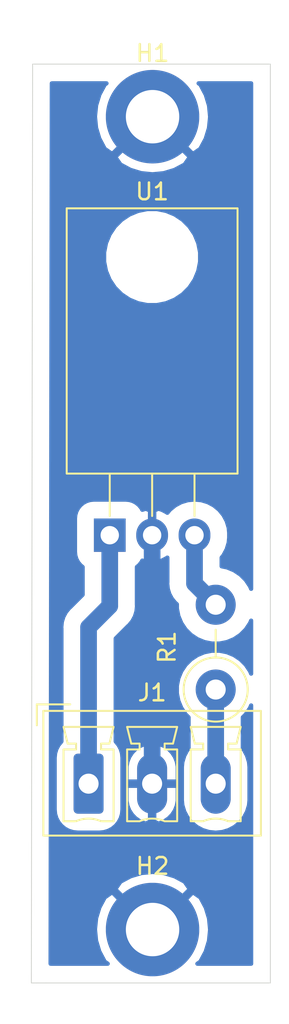
<source format=kicad_pcb>
(kicad_pcb (version 20171130) (host pcbnew "(5.1.9)-1")

  (general
    (thickness 1.6)
    (drawings 11)
    (tracks 10)
    (zones 0)
    (modules 5)
    (nets 5)
  )

  (page A4)
  (layers
    (0 F.Cu signal)
    (31 B.Cu signal)
    (32 B.Adhes user)
    (33 F.Adhes user)
    (34 B.Paste user)
    (35 F.Paste user)
    (36 B.SilkS user)
    (37 F.SilkS user)
    (38 B.Mask user)
    (39 F.Mask user)
    (40 Dwgs.User user)
    (41 Cmts.User user)
    (42 Eco1.User user)
    (43 Eco2.User user)
    (44 Edge.Cuts user)
    (45 Margin user)
    (46 B.CrtYd user)
    (47 F.CrtYd user)
    (48 B.Fab user)
    (49 F.Fab user)
  )

  (setup
    (last_trace_width 0.25)
    (user_trace_width 1)
    (trace_clearance 0.2)
    (zone_clearance 1)
    (zone_45_only no)
    (trace_min 0.2)
    (via_size 0.8)
    (via_drill 0.4)
    (via_min_size 0.4)
    (via_min_drill 0.3)
    (uvia_size 0.3)
    (uvia_drill 0.1)
    (uvias_allowed no)
    (uvia_min_size 0.2)
    (uvia_min_drill 0.1)
    (edge_width 0.05)
    (segment_width 0.2)
    (pcb_text_width 0.3)
    (pcb_text_size 1.5 1.5)
    (mod_edge_width 0.12)
    (mod_text_size 1 1)
    (mod_text_width 0.15)
    (pad_size 1.524 1.524)
    (pad_drill 0.762)
    (pad_to_mask_clearance 0.051)
    (solder_mask_min_width 0.25)
    (aux_axis_origin 0 0)
    (visible_elements 7FFFFFFF)
    (pcbplotparams
      (layerselection 0x01000_fffffffe)
      (usegerberextensions false)
      (usegerberattributes false)
      (usegerberadvancedattributes false)
      (creategerberjobfile false)
      (excludeedgelayer true)
      (linewidth 0.100000)
      (plotframeref false)
      (viasonmask false)
      (mode 1)
      (useauxorigin false)
      (hpglpennumber 1)
      (hpglpenspeed 20)
      (hpglpendiameter 15.000000)
      (psnegative false)
      (psa4output false)
      (plotreference true)
      (plotvalue true)
      (plotinvisibletext false)
      (padsonsilk false)
      (subtractmaskfromsilk false)
      (outputformat 1)
      (mirror false)
      (drillshape 0)
      (scaleselection 1)
      (outputdirectory "../../flatcam/"))
  )

  (net 0 "")
  (net 1 "Net-(J1-Pad1)")
  (net 2 "Net-(J1-Pad3)")
  (net 3 "Net-(R1-Pad2)")
  (net 4 /GND)

  (net_class Default "This is the default net class."
    (clearance 0.2)
    (trace_width 0.25)
    (via_dia 0.8)
    (via_drill 0.4)
    (uvia_dia 0.3)
    (uvia_drill 0.1)
    (add_net /GND)
    (add_net "Net-(J1-Pad1)")
    (add_net "Net-(J1-Pad3)")
    (add_net "Net-(R1-Pad2)")
  )

  (net_class fat ""
    (clearance 1)
    (trace_width 0.25)
    (via_dia 0.8)
    (via_drill 0.4)
    (uvia_dia 0.3)
    (uvia_drill 0.1)
  )

  (module Connector_Phoenix_MC:PhoenixContact_MCV_1,5_3-G-3.81_1x03_P3.81mm_Vertical (layer F.Cu) (tedit 5B784ED1) (tstamp 61028DFA)
    (at 145.8976 87.9348)
    (descr "Generic Phoenix Contact connector footprint for: MCV_1,5/3-G-3.81; number of pins: 03; pin pitch: 3.81mm; Vertical || order number: 1803439 8A 160V")
    (tags "phoenix_contact connector MCV_01x03_G_3.81mm")
    (path /6102BE08)
    (fp_text reference J1 (at 3.81 -5.45) (layer F.SilkS)
      (effects (font (size 1 1) (thickness 0.15)))
    )
    (fp_text value Conn_01x03_Male (at 3.81 4.2) (layer F.Fab)
      (effects (font (size 1 1) (thickness 0.15)))
    )
    (fp_line (start -3.1 -4.75) (end -1.1 -4.75) (layer F.Fab) (width 0.1))
    (fp_line (start -3.1 -3.5) (end -3.1 -4.75) (layer F.Fab) (width 0.1))
    (fp_line (start -3.1 -4.75) (end -1.1 -4.75) (layer F.SilkS) (width 0.12))
    (fp_line (start -3.1 -3.5) (end -3.1 -4.75) (layer F.SilkS) (width 0.12))
    (fp_line (start 10.72 -4.75) (end -3.1 -4.75) (layer F.CrtYd) (width 0.05))
    (fp_line (start 10.72 3.5) (end 10.72 -4.75) (layer F.CrtYd) (width 0.05))
    (fp_line (start -3.1 3.5) (end 10.72 3.5) (layer F.CrtYd) (width 0.05))
    (fp_line (start -3.1 -4.75) (end -3.1 3.5) (layer F.CrtYd) (width 0.05))
    (fp_line (start 9.12 2.25) (end 8.37 2.25) (layer F.SilkS) (width 0.12))
    (fp_line (start 9.12 -2.05) (end 9.12 2.25) (layer F.SilkS) (width 0.12))
    (fp_line (start 8.37 -2.05) (end 9.12 -2.05) (layer F.SilkS) (width 0.12))
    (fp_line (start 8.37 -2.4) (end 8.37 -2.05) (layer F.SilkS) (width 0.12))
    (fp_line (start 8.87 -2.4) (end 8.37 -2.4) (layer F.SilkS) (width 0.12))
    (fp_line (start 9.12 -3.4) (end 8.87 -2.4) (layer F.SilkS) (width 0.12))
    (fp_line (start 6.12 -3.4) (end 9.12 -3.4) (layer F.SilkS) (width 0.12))
    (fp_line (start 6.37 -2.4) (end 6.12 -3.4) (layer F.SilkS) (width 0.12))
    (fp_line (start 6.87 -2.4) (end 6.37 -2.4) (layer F.SilkS) (width 0.12))
    (fp_line (start 6.87 -2.05) (end 6.87 -2.4) (layer F.SilkS) (width 0.12))
    (fp_line (start 6.12 -2.05) (end 6.87 -2.05) (layer F.SilkS) (width 0.12))
    (fp_line (start 6.12 2.25) (end 6.12 -2.05) (layer F.SilkS) (width 0.12))
    (fp_line (start 6.87 2.25) (end 6.12 2.25) (layer F.SilkS) (width 0.12))
    (fp_line (start 5.31 2.25) (end 4.56 2.25) (layer F.SilkS) (width 0.12))
    (fp_line (start 5.31 -2.05) (end 5.31 2.25) (layer F.SilkS) (width 0.12))
    (fp_line (start 4.56 -2.05) (end 5.31 -2.05) (layer F.SilkS) (width 0.12))
    (fp_line (start 4.56 -2.4) (end 4.56 -2.05) (layer F.SilkS) (width 0.12))
    (fp_line (start 5.06 -2.4) (end 4.56 -2.4) (layer F.SilkS) (width 0.12))
    (fp_line (start 5.31 -3.4) (end 5.06 -2.4) (layer F.SilkS) (width 0.12))
    (fp_line (start 2.31 -3.4) (end 5.31 -3.4) (layer F.SilkS) (width 0.12))
    (fp_line (start 2.56 -2.4) (end 2.31 -3.4) (layer F.SilkS) (width 0.12))
    (fp_line (start 3.06 -2.4) (end 2.56 -2.4) (layer F.SilkS) (width 0.12))
    (fp_line (start 3.06 -2.05) (end 3.06 -2.4) (layer F.SilkS) (width 0.12))
    (fp_line (start 2.31 -2.05) (end 3.06 -2.05) (layer F.SilkS) (width 0.12))
    (fp_line (start 2.31 2.25) (end 2.31 -2.05) (layer F.SilkS) (width 0.12))
    (fp_line (start 3.06 2.25) (end 2.31 2.25) (layer F.SilkS) (width 0.12))
    (fp_line (start 1.5 2.25) (end 0.75 2.25) (layer F.SilkS) (width 0.12))
    (fp_line (start 1.5 -2.05) (end 1.5 2.25) (layer F.SilkS) (width 0.12))
    (fp_line (start 0.75 -2.05) (end 1.5 -2.05) (layer F.SilkS) (width 0.12))
    (fp_line (start 0.75 -2.4) (end 0.75 -2.05) (layer F.SilkS) (width 0.12))
    (fp_line (start 1.25 -2.4) (end 0.75 -2.4) (layer F.SilkS) (width 0.12))
    (fp_line (start 1.5 -3.4) (end 1.25 -2.4) (layer F.SilkS) (width 0.12))
    (fp_line (start -1.5 -3.4) (end 1.5 -3.4) (layer F.SilkS) (width 0.12))
    (fp_line (start -1.25 -2.4) (end -1.5 -3.4) (layer F.SilkS) (width 0.12))
    (fp_line (start -0.75 -2.4) (end -1.25 -2.4) (layer F.SilkS) (width 0.12))
    (fp_line (start -0.75 -2.05) (end -0.75 -2.4) (layer F.SilkS) (width 0.12))
    (fp_line (start -1.5 -2.05) (end -0.75 -2.05) (layer F.SilkS) (width 0.12))
    (fp_line (start -1.5 2.25) (end -1.5 -2.05) (layer F.SilkS) (width 0.12))
    (fp_line (start -0.75 2.25) (end -1.5 2.25) (layer F.SilkS) (width 0.12))
    (fp_line (start 10.22 -4.25) (end -2.6 -4.25) (layer F.Fab) (width 0.1))
    (fp_line (start 10.22 3) (end 10.22 -4.25) (layer F.Fab) (width 0.1))
    (fp_line (start -2.6 3) (end 10.22 3) (layer F.Fab) (width 0.1))
    (fp_line (start -2.6 -4.25) (end -2.6 3) (layer F.Fab) (width 0.1))
    (fp_line (start 10.33 -4.36) (end -2.71 -4.36) (layer F.SilkS) (width 0.12))
    (fp_line (start 10.33 3.11) (end 10.33 -4.36) (layer F.SilkS) (width 0.12))
    (fp_line (start -2.71 3.11) (end 10.33 3.11) (layer F.SilkS) (width 0.12))
    (fp_line (start -2.71 -4.36) (end -2.71 3.11) (layer F.SilkS) (width 0.12))
    (fp_arc (start 0 3.95) (end -0.75 2.25) (angle 47.6) (layer F.SilkS) (width 0.12))
    (fp_arc (start 3.81 3.95) (end 3.06 2.25) (angle 47.6) (layer F.SilkS) (width 0.12))
    (fp_arc (start 7.62 3.95) (end 6.87 2.25) (angle 47.6) (layer F.SilkS) (width 0.12))
    (fp_text user %R (at 3.81 -3.55) (layer F.Fab)
      (effects (font (size 1 1) (thickness 0.15)))
    )
    (pad 1 thru_hole roundrect (at 0 0) (size 1.8 3.6) (drill 1.2) (layers *.Cu *.Mask) (roundrect_rratio 0.1388888888888889)
      (net 1 "Net-(J1-Pad1)"))
    (pad 2 thru_hole oval (at 3.81 0) (size 1.8 3.6) (drill 1.2) (layers *.Cu *.Mask)
      (net 4 /GND))
    (pad 3 thru_hole oval (at 7.62 0) (size 1.8 3.6) (drill 1.2) (layers *.Cu *.Mask)
      (net 2 "Net-(J1-Pad3)"))
    (model ${KISYS3DMOD}/Connector_Phoenix_MC.3dshapes/PhoenixContact_MCV_1,5_3-G-3.81_1x03_P3.81mm_Vertical.wrl
      (at (xyz 0 0 0))
      (scale (xyz 1 1 1))
      (rotate (xyz 0 0 0))
    )
  )

  (module Package_TO_SOT_THT:TO-220-3_Horizontal_TabDown (layer F.Cu) (tedit 5AC8BA0D) (tstamp 61028FA8)
    (at 147.1676 73.0504)
    (descr "TO-220-3, Horizontal, RM 2.54mm, see https://www.vishay.com/docs/66542/to-220-1.pdf")
    (tags "TO-220-3 Horizontal RM 2.54mm")
    (path /61027124)
    (fp_text reference U1 (at 2.54 -20.58) (layer F.SilkS)
      (effects (font (size 1 1) (thickness 0.15)))
    )
    (fp_text value LM7805_TO220 (at 2.54 2) (layer F.Fab)
      (effects (font (size 1 1) (thickness 0.15)))
    )
    (fp_line (start 7.79 -19.71) (end -2.71 -19.71) (layer F.CrtYd) (width 0.05))
    (fp_line (start 7.79 1.25) (end 7.79 -19.71) (layer F.CrtYd) (width 0.05))
    (fp_line (start -2.71 1.25) (end 7.79 1.25) (layer F.CrtYd) (width 0.05))
    (fp_line (start -2.71 -19.71) (end -2.71 1.25) (layer F.CrtYd) (width 0.05))
    (fp_line (start 5.08 -3.69) (end 5.08 -1.15) (layer F.SilkS) (width 0.12))
    (fp_line (start 2.54 -3.69) (end 2.54 -1.15) (layer F.SilkS) (width 0.12))
    (fp_line (start 0 -3.69) (end 0 -1.15) (layer F.SilkS) (width 0.12))
    (fp_line (start 7.66 -19.58) (end 7.66 -3.69) (layer F.SilkS) (width 0.12))
    (fp_line (start -2.58 -19.58) (end -2.58 -3.69) (layer F.SilkS) (width 0.12))
    (fp_line (start -2.58 -19.58) (end 7.66 -19.58) (layer F.SilkS) (width 0.12))
    (fp_line (start -2.58 -3.69) (end 7.66 -3.69) (layer F.SilkS) (width 0.12))
    (fp_line (start 5.08 -3.81) (end 5.08 0) (layer F.Fab) (width 0.1))
    (fp_line (start 2.54 -3.81) (end 2.54 0) (layer F.Fab) (width 0.1))
    (fp_line (start 0 -3.81) (end 0 0) (layer F.Fab) (width 0.1))
    (fp_line (start 7.54 -3.81) (end -2.46 -3.81) (layer F.Fab) (width 0.1))
    (fp_line (start 7.54 -13.06) (end 7.54 -3.81) (layer F.Fab) (width 0.1))
    (fp_line (start -2.46 -13.06) (end 7.54 -13.06) (layer F.Fab) (width 0.1))
    (fp_line (start -2.46 -3.81) (end -2.46 -13.06) (layer F.Fab) (width 0.1))
    (fp_line (start 7.54 -13.06) (end -2.46 -13.06) (layer F.Fab) (width 0.1))
    (fp_line (start 7.54 -19.46) (end 7.54 -13.06) (layer F.Fab) (width 0.1))
    (fp_line (start -2.46 -19.46) (end 7.54 -19.46) (layer F.Fab) (width 0.1))
    (fp_line (start -2.46 -13.06) (end -2.46 -19.46) (layer F.Fab) (width 0.1))
    (fp_circle (center 2.54 -16.66) (end 4.39 -16.66) (layer F.Fab) (width 0.1))
    (fp_text user %R (at 2.54 -20.58) (layer F.Fab)
      (effects (font (size 1 1) (thickness 0.15)))
    )
    (pad "" np_thru_hole oval (at 2.54 -16.66) (size 3.5 3.5) (drill 3.5) (layers *.Cu *.Mask))
    (pad 1 thru_hole rect (at 0 0) (size 1.905 2) (drill 1.1) (layers *.Cu *.Mask)
      (net 1 "Net-(J1-Pad1)"))
    (pad 2 thru_hole oval (at 2.54 0) (size 1.905 2) (drill 1.1) (layers *.Cu *.Mask)
      (net 4 /GND))
    (pad 3 thru_hole oval (at 5.08 0) (size 1.905 2) (drill 1.1) (layers *.Cu *.Mask)
      (net 3 "Net-(R1-Pad2)"))
    (model ${KISYS3DMOD}/Package_TO_SOT_THT.3dshapes/TO-220-3_Horizontal_TabDown.wrl
      (at (xyz 0 0 0))
      (scale (xyz 1 1 1))
      (rotate (xyz 0 0 0))
    )
  )

  (module Resistor_THT:R_Axial_DIN0411_L9.9mm_D3.6mm_P5.08mm_Vertical (layer F.Cu) (tedit 5AE5139B) (tstamp 6102930D)
    (at 153.5176 82.296 90)
    (descr "Resistor, Axial_DIN0411 series, Axial, Vertical, pin pitch=5.08mm, 1W, length*diameter=9.9*3.6mm^2")
    (tags "Resistor Axial_DIN0411 series Axial Vertical pin pitch 5.08mm 1W length 9.9mm diameter 3.6mm")
    (path /6102A333)
    (fp_text reference R1 (at 2.54 -2.92 270) (layer F.SilkS)
      (effects (font (size 1 1) (thickness 0.15)))
    )
    (fp_text value 10k (at 2.54 2.92 270) (layer F.Fab)
      (effects (font (size 1 1) (thickness 0.15)))
    )
    (fp_line (start 6.53 -2.05) (end -2.05 -2.05) (layer F.CrtYd) (width 0.05))
    (fp_line (start 6.53 2.05) (end 6.53 -2.05) (layer F.CrtYd) (width 0.05))
    (fp_line (start -2.05 2.05) (end 6.53 2.05) (layer F.CrtYd) (width 0.05))
    (fp_line (start -2.05 -2.05) (end -2.05 2.05) (layer F.CrtYd) (width 0.05))
    (fp_line (start 1.92 0) (end 3.58 0) (layer F.SilkS) (width 0.12))
    (fp_line (start 0 0) (end 5.08 0) (layer F.Fab) (width 0.1))
    (fp_circle (center 0 0) (end 1.92 0) (layer F.SilkS) (width 0.12))
    (fp_circle (center 0 0) (end 1.8 0) (layer F.Fab) (width 0.1))
    (fp_text user %R (at 2.54 -2.92 270) (layer F.Fab)
      (effects (font (size 1 1) (thickness 0.15)))
    )
    (pad 1 thru_hole circle (at 0 0 90) (size 2.4 2.4) (drill 1.2) (layers *.Cu *.Mask)
      (net 2 "Net-(J1-Pad3)"))
    (pad 2 thru_hole oval (at 5.08 0 90) (size 2.4 2.4) (drill 1.2) (layers *.Cu *.Mask)
      (net 3 "Net-(R1-Pad2)"))
    (model ${KISYS3DMOD}/Resistor_THT.3dshapes/R_Axial_DIN0411_L9.9mm_D3.6mm_P5.08mm_Vertical.wrl
      (at (xyz 0 0 0))
      (scale (xyz 1 1 1))
      (rotate (xyz 0 0 0))
    )
  )

  (module MountingHole:MountingHole_3.2mm_M3_DIN965_Pad (layer F.Cu) (tedit 56D1B4CB) (tstamp 610295ED)
    (at 149.733 47.9806)
    (descr "Mounting Hole 3.2mm, M3, DIN965")
    (tags "mounting hole 3.2mm m3 din965")
    (path /6102F1A6)
    (attr virtual)
    (fp_text reference H1 (at 0 -3.8) (layer F.SilkS)
      (effects (font (size 1 1) (thickness 0.15)))
    )
    (fp_text value MountingHole_Pad (at 0 3.8) (layer F.Fab)
      (effects (font (size 1 1) (thickness 0.15)))
    )
    (fp_circle (center 0 0) (end 3.05 0) (layer F.CrtYd) (width 0.05))
    (fp_circle (center 0 0) (end 2.8 0) (layer Cmts.User) (width 0.15))
    (fp_text user %R (at 0.3 0) (layer F.Fab)
      (effects (font (size 1 1) (thickness 0.15)))
    )
    (pad 1 thru_hole circle (at 0 0) (size 5.6 5.6) (drill 3.2) (layers *.Cu *.Mask)
      (net 4 /GND))
  )

  (module MountingHole:MountingHole_3.2mm_M3_DIN965_Pad (layer F.Cu) (tedit 56D1B4CB) (tstamp 610296B2)
    (at 149.733 96.6724)
    (descr "Mounting Hole 3.2mm, M3, DIN965")
    (tags "mounting hole 3.2mm m3 din965")
    (path /610317F2)
    (attr virtual)
    (fp_text reference H2 (at 0 -3.8) (layer F.SilkS)
      (effects (font (size 1 1) (thickness 0.15)))
    )
    (fp_text value MountingHole_Pad (at 0 3.8) (layer F.Fab)
      (effects (font (size 1 1) (thickness 0.15)))
    )
    (fp_circle (center 0 0) (end 2.8 0) (layer Cmts.User) (width 0.15))
    (fp_circle (center 0 0) (end 3.05 0) (layer F.CrtYd) (width 0.05))
    (fp_text user %R (at 0.3 0) (layer F.Fab)
      (effects (font (size 1 1) (thickness 0.15)))
    )
    (pad 1 thru_hole circle (at 0 0) (size 5.6 5.6) (drill 3.2) (layers *.Cu *.Mask)
      (net 4 /GND))
  )

  (dimension 7.061246 (width 0.15) (layer Dwgs.User)
    (gr_text "7.061 mm" (at 153.258782 67.493591 -0.2060990374) (layer Dwgs.User)
      (effects (font (size 1 1) (thickness 0.15)))
    )
    (feature1 (pts (xy 149.7076 73.2028) (xy 149.725616 68.194466)))
    (feature2 (pts (xy 156.7688 73.2282) (xy 156.786816 68.219866)))
    (crossbar (pts (xy 156.784706 68.806283) (xy 149.723506 68.780883)))
    (arrow1a (pts (xy 149.723506 68.780883) (xy 150.852112 68.198518)))
    (arrow1b (pts (xy 149.723506 68.780883) (xy 150.847893 69.371352)))
    (arrow2a (pts (xy 156.784706 68.806283) (xy 155.660319 68.215814)))
    (arrow2b (pts (xy 156.784706 68.806283) (xy 155.6561 69.388648)))
  )
  (dimension 7.062342 (width 0.15) (layer Dwgs.User)
    (gr_text "7.062 mm" (at 153.313034 102.684792 1.030388537) (layer Dwgs.User)
      (effects (font (size 1 1) (thickness 0.15)))
    )
    (feature1 (pts (xy 149.733 99.9998) (xy 149.769601 102.034828)))
    (feature2 (pts (xy 156.7942 99.8728) (xy 156.830801 101.907828)))
    (crossbar (pts (xy 156.820256 101.321502) (xy 149.759056 101.448502)))
    (arrow1a (pts (xy 149.759056 101.448502) (xy 150.874832 100.841919)))
    (arrow1b (pts (xy 149.759056 101.448502) (xy 150.895923 102.01457)))
    (arrow2a (pts (xy 156.820256 101.321502) (xy 155.683389 100.755434)))
    (arrow2b (pts (xy 156.820256 101.321502) (xy 155.70448 101.928085)))
  )
  (dimension 7.061246 (width 0.15) (layer Dwgs.User)
    (gr_text "7.061 mm" (at 153.274857 41.688893 -0.2060990374) (layer Dwgs.User)
      (effects (font (size 1 1) (thickness 0.15)))
    )
    (feature1 (pts (xy 149.733 44.8056) (xy 149.74169 42.389768)))
    (feature2 (pts (xy 156.7942 44.831) (xy 156.80289 42.415168)))
    (crossbar (pts (xy 156.800781 43.001585) (xy 149.739581 42.976185)))
    (arrow1a (pts (xy 149.739581 42.976185) (xy 150.868187 42.39382)))
    (arrow1b (pts (xy 149.739581 42.976185) (xy 150.863968 43.566654)))
    (arrow2a (pts (xy 156.800781 43.001585) (xy 155.676394 42.411116)))
    (arrow2b (pts (xy 156.800781 43.001585) (xy 155.672175 43.58395)))
  )
  (gr_line (start 142.5448 44.831) (end 142.5448 44.9072) (layer Edge.Cuts) (width 0.05))
  (gr_line (start 156.7942 44.831) (end 142.5448 44.831) (layer Edge.Cuts) (width 0.05))
  (gr_line (start 142.5448 45.1104) (end 142.5448 44.9072) (layer Edge.Cuts) (width 0.05))
  (gr_line (start 142.4686 99.8728) (end 142.5448 45.1104) (layer Edge.Cuts) (width 0.05))
  (gr_line (start 142.8242 99.8728) (end 142.4686 99.8728) (layer Edge.Cuts) (width 0.05))
  (gr_line (start 143.3322 99.8728) (end 142.8242 99.8728) (layer Edge.Cuts) (width 0.05))
  (gr_line (start 156.7942 99.8728) (end 143.3322 99.8728) (layer Edge.Cuts) (width 0.05))
  (gr_line (start 156.7942 44.831) (end 156.7942 99.8728) (layer Edge.Cuts) (width 0.05) (tstamp 61029689))

  (segment (start 145.8976 78.5622) (end 145.8976 87.9348) (width 1) (layer B.Cu) (net 1))
  (segment (start 147.1676 73.0504) (end 147.1676 77.2922) (width 1) (layer B.Cu) (net 1))
  (segment (start 147.1676 77.2922) (end 145.8976 78.5622) (width 1) (layer B.Cu) (net 1))
  (segment (start 153.5176 82.296) (end 153.5176 87.9348) (width 1) (layer B.Cu) (net 2))
  (segment (start 153.550401 77.310199) (end 153.5176 77.343) (width 1) (layer B.Cu) (net 3))
  (segment (start 153.550401 77.183199) (end 153.5176 77.216) (width 1) (layer B.Cu) (net 3))
  (segment (start 152.2476 75.946) (end 153.5176 77.216) (width 1) (layer B.Cu) (net 3))
  (segment (start 152.2476 73.0504) (end 152.2476 75.946) (width 1) (layer B.Cu) (net 3))
  (segment (start 149.7076 85.1348) (end 149.7076 73.0504) (width 1) (layer B.Cu) (net 4))
  (segment (start 149.7076 87.9348) (end 149.7076 85.1348) (width 1) (layer B.Cu) (net 4))

  (zone (net 4) (net_name /GND) (layer B.Cu) (tstamp 0) (hatch edge 0.508)
    (connect_pads (clearance 1))
    (min_thickness 0.254)
    (fill yes (arc_segments 32) (thermal_gap 0.508) (thermal_bridge_width 0.508))
    (polygon
      (pts
        (xy 142.5194 44.323) (xy 157.9118 44.7548) (xy 157.5054 102.3366) (xy 140.589 102.1842) (xy 141.9098 44.3992)
      )
    )
    (filled_polygon
      (pts
        (xy 146.867823 46.055908) (xy 146.547388 46.651859) (xy 146.349374 47.298873) (xy 146.28139 47.972084) (xy 146.346051 48.645623)
        (xy 146.54087 49.293606) (xy 146.858361 49.89113) (xy 146.867823 49.905292) (xy 147.316519 50.217476) (xy 149.553395 47.9806)
        (xy 149.539253 47.966458) (xy 149.718858 47.786853) (xy 149.733 47.800995) (xy 149.747143 47.786853) (xy 149.926748 47.966458)
        (xy 149.912605 47.9806) (xy 152.149481 50.217476) (xy 152.598177 49.905292) (xy 152.918612 49.309341) (xy 153.116626 48.662327)
        (xy 153.18461 47.989116) (xy 153.119949 47.315577) (xy 152.92513 46.667594) (xy 152.607639 46.07007) (xy 152.598177 46.055908)
        (xy 152.493388 45.983) (xy 155.6422 45.983) (xy 155.642201 76.264497) (xy 155.57976 76.113752) (xy 155.325099 75.732624)
        (xy 155.000976 75.408501) (xy 154.619848 75.15384) (xy 154.196361 74.978426) (xy 153.8746 74.914423) (xy 153.8746 74.393329)
        (xy 153.985006 74.258798) (xy 154.178103 73.897539) (xy 154.297011 73.505552) (xy 154.3271 73.200051) (xy 154.3271 72.900748)
        (xy 154.297011 72.595247) (xy 154.178103 72.20326) (xy 153.985006 71.842002) (xy 153.725143 71.525357) (xy 153.408498 71.265494)
        (xy 153.047239 71.072397) (xy 152.655252 70.953489) (xy 152.2476 70.913339) (xy 151.839947 70.953489) (xy 151.44796 71.072397)
        (xy 151.086702 71.265494) (xy 150.770057 71.525357) (xy 150.618649 71.709849) (xy 150.574523 71.674431) (xy 150.298694 71.530829)
        (xy 150.08058 71.459837) (xy 149.8346 71.579806) (xy 149.8346 72.9234) (xy 149.8546 72.9234) (xy 149.8546 73.1774)
        (xy 149.8346 73.1774) (xy 149.8346 74.520994) (xy 150.08058 74.640963) (xy 150.298694 74.569971) (xy 150.574523 74.426369)
        (xy 150.618649 74.390951) (xy 150.6206 74.393329) (xy 150.620601 75.866076) (xy 150.612729 75.946) (xy 150.620601 76.025925)
        (xy 150.642578 76.249053) (xy 150.644143 76.264947) (xy 150.737176 76.571638) (xy 150.888254 76.854285) (xy 151.040622 77.039947)
        (xy 151.040626 77.039951) (xy 151.091572 77.102029) (xy 151.153649 77.152975) (xy 151.1906 77.189925) (xy 151.1906 77.445189)
        (xy 151.280026 77.894761) (xy 151.45544 78.318248) (xy 151.710101 78.699376) (xy 152.034224 79.023499) (xy 152.415352 79.27816)
        (xy 152.838839 79.453574) (xy 153.288411 79.543) (xy 153.746789 79.543) (xy 154.196361 79.453574) (xy 154.619848 79.27816)
        (xy 155.000976 79.023499) (xy 155.325099 78.699376) (xy 155.57976 78.318248) (xy 155.642201 78.167503) (xy 155.642201 81.344497)
        (xy 155.57976 81.193752) (xy 155.325099 80.812624) (xy 155.000976 80.488501) (xy 154.619848 80.23384) (xy 154.196361 80.058426)
        (xy 153.746789 79.969) (xy 153.288411 79.969) (xy 152.838839 80.058426) (xy 152.415352 80.23384) (xy 152.034224 80.488501)
        (xy 151.710101 80.812624) (xy 151.45544 81.193752) (xy 151.280026 81.617239) (xy 151.1906 82.066811) (xy 151.1906 82.525189)
        (xy 151.280026 82.974761) (xy 151.45544 83.398248) (xy 151.710101 83.779376) (xy 151.8906 83.959875) (xy 151.890601 85.822127)
        (xy 151.824057 85.903211) (xy 151.635836 86.255349) (xy 151.51993 86.63744) (xy 151.4906 86.93523) (xy 151.4906 88.934371)
        (xy 151.519931 89.232161) (xy 151.635837 89.614252) (xy 151.824058 89.966389) (xy 152.077361 90.27504) (xy 152.386012 90.528343)
        (xy 152.738149 90.716564) (xy 153.12024 90.83247) (xy 153.5176 90.871607) (xy 153.914961 90.83247) (xy 154.297052 90.716564)
        (xy 154.649189 90.528343) (xy 154.95784 90.27504) (xy 155.211143 89.966389) (xy 155.399364 89.614252) (xy 155.51527 89.232161)
        (xy 155.5446 88.93437) (xy 155.5446 86.935229) (xy 155.51527 86.637439) (xy 155.399364 86.255348) (xy 155.211143 85.903211)
        (xy 155.1446 85.822128) (xy 155.1446 83.959875) (xy 155.325099 83.779376) (xy 155.57976 83.398248) (xy 155.642201 83.247503)
        (xy 155.642201 98.7208) (xy 152.420374 98.7208) (xy 152.598177 98.597092) (xy 152.918612 98.001141) (xy 153.116626 97.354127)
        (xy 153.18461 96.680916) (xy 153.119949 96.007377) (xy 152.92513 95.359394) (xy 152.607639 94.76187) (xy 152.598177 94.747708)
        (xy 152.149481 94.435524) (xy 149.912605 96.6724) (xy 149.926748 96.686543) (xy 149.747143 96.866148) (xy 149.733 96.852005)
        (xy 149.718858 96.866148) (xy 149.539253 96.686543) (xy 149.553395 96.6724) (xy 147.316519 94.435524) (xy 146.867823 94.747708)
        (xy 146.547388 95.343659) (xy 146.349374 95.990673) (xy 146.28139 96.663884) (xy 146.346051 97.337423) (xy 146.54087 97.985406)
        (xy 146.858361 98.58293) (xy 146.867823 98.597092) (xy 147.045626 98.7208) (xy 143.622204 98.7208) (xy 143.628416 94.255919)
        (xy 147.496124 94.255919) (xy 149.733 96.492795) (xy 151.969876 94.255919) (xy 151.657692 93.807223) (xy 151.061741 93.486788)
        (xy 150.414727 93.288774) (xy 149.741516 93.22079) (xy 149.067977 93.285451) (xy 148.419994 93.48027) (xy 147.82247 93.797761)
        (xy 147.808308 93.807223) (xy 147.496124 94.255919) (xy 143.628416 94.255919) (xy 143.639368 86.3848) (xy 143.865147 86.3848)
        (xy 143.865147 89.4848) (xy 143.89171 89.754503) (xy 143.97038 90.013842) (xy 144.098132 90.25285) (xy 144.270058 90.462342)
        (xy 144.47955 90.634268) (xy 144.718558 90.76202) (xy 144.977897 90.84069) (xy 145.2476 90.867253) (xy 146.5476 90.867253)
        (xy 146.817303 90.84069) (xy 147.076642 90.76202) (xy 147.31565 90.634268) (xy 147.525142 90.462342) (xy 147.697068 90.25285)
        (xy 147.82482 90.013842) (xy 147.90349 89.754503) (xy 147.930053 89.4848) (xy 147.930053 88.0618) (xy 148.1726 88.0618)
        (xy 148.1726 88.9618) (xy 148.226871 89.258823) (xy 148.338046 89.539551) (xy 148.501852 89.793196) (xy 148.711994 90.01001)
        (xy 148.960396 90.181662) (xy 149.237513 90.301555) (xy 149.34286 90.325836) (xy 149.5806 90.205178) (xy 149.5806 88.0618)
        (xy 149.8346 88.0618) (xy 149.8346 90.205178) (xy 150.07234 90.325836) (xy 150.177687 90.301555) (xy 150.454804 90.181662)
        (xy 150.703206 90.01001) (xy 150.913348 89.793196) (xy 151.077154 89.539551) (xy 151.188329 89.258823) (xy 151.2426 88.9618)
        (xy 151.2426 88.0618) (xy 149.8346 88.0618) (xy 149.5806 88.0618) (xy 148.1726 88.0618) (xy 147.930053 88.0618)
        (xy 147.930053 86.9078) (xy 148.1726 86.9078) (xy 148.1726 87.8078) (xy 149.5806 87.8078) (xy 149.5806 85.664422)
        (xy 149.8346 85.664422) (xy 149.8346 87.8078) (xy 151.2426 87.8078) (xy 151.2426 86.9078) (xy 151.188329 86.610777)
        (xy 151.077154 86.330049) (xy 150.913348 86.076404) (xy 150.703206 85.85959) (xy 150.454804 85.687938) (xy 150.177687 85.568045)
        (xy 150.07234 85.543764) (xy 149.8346 85.664422) (xy 149.5806 85.664422) (xy 149.34286 85.543764) (xy 149.237513 85.568045)
        (xy 148.960396 85.687938) (xy 148.711994 85.85959) (xy 148.501852 86.076404) (xy 148.338046 86.330049) (xy 148.226871 86.610777)
        (xy 148.1726 86.9078) (xy 147.930053 86.9078) (xy 147.930053 86.3848) (xy 147.90349 86.115097) (xy 147.82482 85.855758)
        (xy 147.697068 85.61675) (xy 147.525142 85.407258) (xy 147.5246 85.406813) (xy 147.5246 79.236125) (xy 148.261551 78.499175)
        (xy 148.323629 78.448229) (xy 148.374575 78.386151) (xy 148.374578 78.386148) (xy 148.526946 78.200486) (xy 148.678024 77.91784)
        (xy 148.685025 77.894761) (xy 148.771058 77.611148) (xy 148.7946 77.372125) (xy 148.7946 77.372115) (xy 148.802471 77.292201)
        (xy 148.7946 77.212286) (xy 148.7946 74.954788) (xy 148.920865 74.851165) (xy 149.0617 74.679557) (xy 149.119717 74.571016)
        (xy 149.33462 74.640963) (xy 149.5806 74.520994) (xy 149.5806 73.1774) (xy 149.5606 73.1774) (xy 149.5606 72.9234)
        (xy 149.5806 72.9234) (xy 149.5806 71.579806) (xy 149.33462 71.459837) (xy 149.119717 71.529784) (xy 149.0617 71.421243)
        (xy 148.920865 71.249635) (xy 148.749257 71.1088) (xy 148.553471 71.00415) (xy 148.341031 70.939707) (xy 148.1201 70.917947)
        (xy 146.2151 70.917947) (xy 145.994169 70.939707) (xy 145.781729 71.00415) (xy 145.585943 71.1088) (xy 145.414335 71.249635)
        (xy 145.2735 71.421243) (xy 145.16885 71.617029) (xy 145.104407 71.829469) (xy 145.082647 72.0504) (xy 145.082647 74.0504)
        (xy 145.104407 74.271331) (xy 145.16885 74.483771) (xy 145.2735 74.679557) (xy 145.414335 74.851165) (xy 145.5406 74.954788)
        (xy 145.540601 76.618274) (xy 144.803654 77.355221) (xy 144.741571 77.406171) (xy 144.538254 77.653915) (xy 144.387175 77.936563)
        (xy 144.294142 78.243253) (xy 144.2706 78.482276) (xy 144.2706 78.482286) (xy 144.262729 78.5622) (xy 144.2706 78.642115)
        (xy 144.270601 85.406813) (xy 144.270058 85.407258) (xy 144.098132 85.61675) (xy 143.97038 85.855758) (xy 143.89171 86.115097)
        (xy 143.865147 86.3848) (xy 143.639368 86.3848) (xy 143.681498 56.10704) (xy 146.8306 56.10704) (xy 146.8306 56.67376)
        (xy 146.941161 57.22959) (xy 147.158035 57.753171) (xy 147.472888 58.224381) (xy 147.873619 58.625112) (xy 148.344829 58.939965)
        (xy 148.86841 59.156839) (xy 149.42424 59.2674) (xy 149.99096 59.2674) (xy 150.54679 59.156839) (xy 151.070371 58.939965)
        (xy 151.541581 58.625112) (xy 151.942312 58.224381) (xy 152.257165 57.753171) (xy 152.474039 57.22959) (xy 152.5846 56.67376)
        (xy 152.5846 56.10704) (xy 152.474039 55.55121) (xy 152.257165 55.027629) (xy 151.942312 54.556419) (xy 151.541581 54.155688)
        (xy 151.070371 53.840835) (xy 150.54679 53.623961) (xy 149.99096 53.5134) (xy 149.42424 53.5134) (xy 148.86841 53.623961)
        (xy 148.344829 53.840835) (xy 147.873619 54.155688) (xy 147.472888 54.556419) (xy 147.158035 55.027629) (xy 146.941161 55.55121)
        (xy 146.8306 56.10704) (xy 143.681498 56.10704) (xy 143.689443 50.397081) (xy 147.496124 50.397081) (xy 147.808308 50.845777)
        (xy 148.404259 51.166212) (xy 149.051273 51.364226) (xy 149.724484 51.43221) (xy 150.398023 51.367549) (xy 151.046006 51.17273)
        (xy 151.64353 50.855239) (xy 151.657692 50.845777) (xy 151.969876 50.397081) (xy 149.733 48.160205) (xy 147.496124 50.397081)
        (xy 143.689443 50.397081) (xy 143.695586 45.983) (xy 146.972612 45.983)
      )
    )
  )
)

</source>
